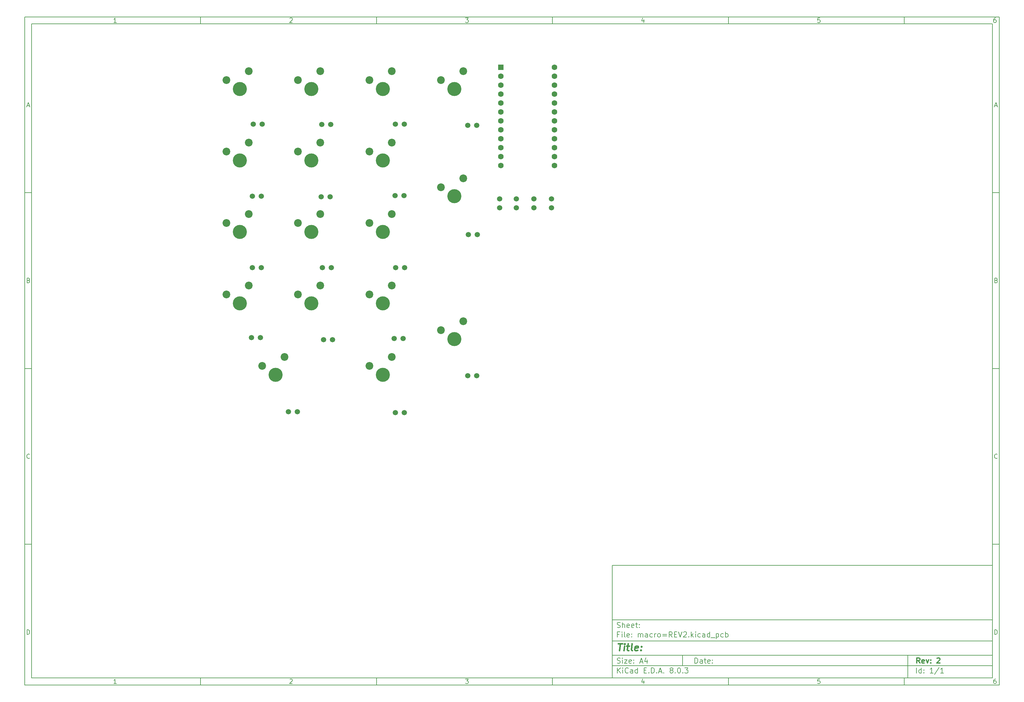
<source format=gbr>
%TF.GenerationSoftware,KiCad,Pcbnew,8.0.3*%
%TF.CreationDate,2024-06-18T21:33:20+02:00*%
%TF.ProjectId,macro=REV2,6d616372-6f3d-4524-9556-322e6b696361,2*%
%TF.SameCoordinates,Original*%
%TF.FileFunction,Soldermask,Top*%
%TF.FilePolarity,Negative*%
%FSLAX46Y46*%
G04 Gerber Fmt 4.6, Leading zero omitted, Abs format (unit mm)*
G04 Created by KiCad (PCBNEW 8.0.3) date 2024-06-18 21:33:20*
%MOMM*%
%LPD*%
G01*
G04 APERTURE LIST*
%ADD10C,0.100000*%
%ADD11C,0.150000*%
%ADD12C,0.300000*%
%ADD13C,0.400000*%
%ADD14C,1.500000*%
%ADD15C,2.200000*%
%ADD16C,4.000000*%
%ADD17C,1.600000*%
%ADD18R,1.600000X1.600000*%
G04 APERTURE END LIST*
D10*
D11*
X177002200Y-166007200D02*
X285002200Y-166007200D01*
X285002200Y-198007200D01*
X177002200Y-198007200D01*
X177002200Y-166007200D01*
D10*
D11*
X10000000Y-10000000D02*
X287002200Y-10000000D01*
X287002200Y-200007200D01*
X10000000Y-200007200D01*
X10000000Y-10000000D01*
D10*
D11*
X12000000Y-12000000D02*
X285002200Y-12000000D01*
X285002200Y-198007200D01*
X12000000Y-198007200D01*
X12000000Y-12000000D01*
D10*
D11*
X60000000Y-12000000D02*
X60000000Y-10000000D01*
D10*
D11*
X110000000Y-12000000D02*
X110000000Y-10000000D01*
D10*
D11*
X160000000Y-12000000D02*
X160000000Y-10000000D01*
D10*
D11*
X210000000Y-12000000D02*
X210000000Y-10000000D01*
D10*
D11*
X260000000Y-12000000D02*
X260000000Y-10000000D01*
D10*
D11*
X36089160Y-11593604D02*
X35346303Y-11593604D01*
X35717731Y-11593604D02*
X35717731Y-10293604D01*
X35717731Y-10293604D02*
X35593922Y-10479319D01*
X35593922Y-10479319D02*
X35470112Y-10603128D01*
X35470112Y-10603128D02*
X35346303Y-10665033D01*
D10*
D11*
X85346303Y-10417414D02*
X85408207Y-10355509D01*
X85408207Y-10355509D02*
X85532017Y-10293604D01*
X85532017Y-10293604D02*
X85841541Y-10293604D01*
X85841541Y-10293604D02*
X85965350Y-10355509D01*
X85965350Y-10355509D02*
X86027255Y-10417414D01*
X86027255Y-10417414D02*
X86089160Y-10541223D01*
X86089160Y-10541223D02*
X86089160Y-10665033D01*
X86089160Y-10665033D02*
X86027255Y-10850747D01*
X86027255Y-10850747D02*
X85284398Y-11593604D01*
X85284398Y-11593604D02*
X86089160Y-11593604D01*
D10*
D11*
X135284398Y-10293604D02*
X136089160Y-10293604D01*
X136089160Y-10293604D02*
X135655826Y-10788842D01*
X135655826Y-10788842D02*
X135841541Y-10788842D01*
X135841541Y-10788842D02*
X135965350Y-10850747D01*
X135965350Y-10850747D02*
X136027255Y-10912652D01*
X136027255Y-10912652D02*
X136089160Y-11036461D01*
X136089160Y-11036461D02*
X136089160Y-11345985D01*
X136089160Y-11345985D02*
X136027255Y-11469795D01*
X136027255Y-11469795D02*
X135965350Y-11531700D01*
X135965350Y-11531700D02*
X135841541Y-11593604D01*
X135841541Y-11593604D02*
X135470112Y-11593604D01*
X135470112Y-11593604D02*
X135346303Y-11531700D01*
X135346303Y-11531700D02*
X135284398Y-11469795D01*
D10*
D11*
X185965350Y-10726938D02*
X185965350Y-11593604D01*
X185655826Y-10231700D02*
X185346303Y-11160271D01*
X185346303Y-11160271D02*
X186151064Y-11160271D01*
D10*
D11*
X236027255Y-10293604D02*
X235408207Y-10293604D01*
X235408207Y-10293604D02*
X235346303Y-10912652D01*
X235346303Y-10912652D02*
X235408207Y-10850747D01*
X235408207Y-10850747D02*
X235532017Y-10788842D01*
X235532017Y-10788842D02*
X235841541Y-10788842D01*
X235841541Y-10788842D02*
X235965350Y-10850747D01*
X235965350Y-10850747D02*
X236027255Y-10912652D01*
X236027255Y-10912652D02*
X236089160Y-11036461D01*
X236089160Y-11036461D02*
X236089160Y-11345985D01*
X236089160Y-11345985D02*
X236027255Y-11469795D01*
X236027255Y-11469795D02*
X235965350Y-11531700D01*
X235965350Y-11531700D02*
X235841541Y-11593604D01*
X235841541Y-11593604D02*
X235532017Y-11593604D01*
X235532017Y-11593604D02*
X235408207Y-11531700D01*
X235408207Y-11531700D02*
X235346303Y-11469795D01*
D10*
D11*
X285965350Y-10293604D02*
X285717731Y-10293604D01*
X285717731Y-10293604D02*
X285593922Y-10355509D01*
X285593922Y-10355509D02*
X285532017Y-10417414D01*
X285532017Y-10417414D02*
X285408207Y-10603128D01*
X285408207Y-10603128D02*
X285346303Y-10850747D01*
X285346303Y-10850747D02*
X285346303Y-11345985D01*
X285346303Y-11345985D02*
X285408207Y-11469795D01*
X285408207Y-11469795D02*
X285470112Y-11531700D01*
X285470112Y-11531700D02*
X285593922Y-11593604D01*
X285593922Y-11593604D02*
X285841541Y-11593604D01*
X285841541Y-11593604D02*
X285965350Y-11531700D01*
X285965350Y-11531700D02*
X286027255Y-11469795D01*
X286027255Y-11469795D02*
X286089160Y-11345985D01*
X286089160Y-11345985D02*
X286089160Y-11036461D01*
X286089160Y-11036461D02*
X286027255Y-10912652D01*
X286027255Y-10912652D02*
X285965350Y-10850747D01*
X285965350Y-10850747D02*
X285841541Y-10788842D01*
X285841541Y-10788842D02*
X285593922Y-10788842D01*
X285593922Y-10788842D02*
X285470112Y-10850747D01*
X285470112Y-10850747D02*
X285408207Y-10912652D01*
X285408207Y-10912652D02*
X285346303Y-11036461D01*
D10*
D11*
X60000000Y-198007200D02*
X60000000Y-200007200D01*
D10*
D11*
X110000000Y-198007200D02*
X110000000Y-200007200D01*
D10*
D11*
X160000000Y-198007200D02*
X160000000Y-200007200D01*
D10*
D11*
X210000000Y-198007200D02*
X210000000Y-200007200D01*
D10*
D11*
X260000000Y-198007200D02*
X260000000Y-200007200D01*
D10*
D11*
X36089160Y-199600804D02*
X35346303Y-199600804D01*
X35717731Y-199600804D02*
X35717731Y-198300804D01*
X35717731Y-198300804D02*
X35593922Y-198486519D01*
X35593922Y-198486519D02*
X35470112Y-198610328D01*
X35470112Y-198610328D02*
X35346303Y-198672233D01*
D10*
D11*
X85346303Y-198424614D02*
X85408207Y-198362709D01*
X85408207Y-198362709D02*
X85532017Y-198300804D01*
X85532017Y-198300804D02*
X85841541Y-198300804D01*
X85841541Y-198300804D02*
X85965350Y-198362709D01*
X85965350Y-198362709D02*
X86027255Y-198424614D01*
X86027255Y-198424614D02*
X86089160Y-198548423D01*
X86089160Y-198548423D02*
X86089160Y-198672233D01*
X86089160Y-198672233D02*
X86027255Y-198857947D01*
X86027255Y-198857947D02*
X85284398Y-199600804D01*
X85284398Y-199600804D02*
X86089160Y-199600804D01*
D10*
D11*
X135284398Y-198300804D02*
X136089160Y-198300804D01*
X136089160Y-198300804D02*
X135655826Y-198796042D01*
X135655826Y-198796042D02*
X135841541Y-198796042D01*
X135841541Y-198796042D02*
X135965350Y-198857947D01*
X135965350Y-198857947D02*
X136027255Y-198919852D01*
X136027255Y-198919852D02*
X136089160Y-199043661D01*
X136089160Y-199043661D02*
X136089160Y-199353185D01*
X136089160Y-199353185D02*
X136027255Y-199476995D01*
X136027255Y-199476995D02*
X135965350Y-199538900D01*
X135965350Y-199538900D02*
X135841541Y-199600804D01*
X135841541Y-199600804D02*
X135470112Y-199600804D01*
X135470112Y-199600804D02*
X135346303Y-199538900D01*
X135346303Y-199538900D02*
X135284398Y-199476995D01*
D10*
D11*
X185965350Y-198734138D02*
X185965350Y-199600804D01*
X185655826Y-198238900D02*
X185346303Y-199167471D01*
X185346303Y-199167471D02*
X186151064Y-199167471D01*
D10*
D11*
X236027255Y-198300804D02*
X235408207Y-198300804D01*
X235408207Y-198300804D02*
X235346303Y-198919852D01*
X235346303Y-198919852D02*
X235408207Y-198857947D01*
X235408207Y-198857947D02*
X235532017Y-198796042D01*
X235532017Y-198796042D02*
X235841541Y-198796042D01*
X235841541Y-198796042D02*
X235965350Y-198857947D01*
X235965350Y-198857947D02*
X236027255Y-198919852D01*
X236027255Y-198919852D02*
X236089160Y-199043661D01*
X236089160Y-199043661D02*
X236089160Y-199353185D01*
X236089160Y-199353185D02*
X236027255Y-199476995D01*
X236027255Y-199476995D02*
X235965350Y-199538900D01*
X235965350Y-199538900D02*
X235841541Y-199600804D01*
X235841541Y-199600804D02*
X235532017Y-199600804D01*
X235532017Y-199600804D02*
X235408207Y-199538900D01*
X235408207Y-199538900D02*
X235346303Y-199476995D01*
D10*
D11*
X285965350Y-198300804D02*
X285717731Y-198300804D01*
X285717731Y-198300804D02*
X285593922Y-198362709D01*
X285593922Y-198362709D02*
X285532017Y-198424614D01*
X285532017Y-198424614D02*
X285408207Y-198610328D01*
X285408207Y-198610328D02*
X285346303Y-198857947D01*
X285346303Y-198857947D02*
X285346303Y-199353185D01*
X285346303Y-199353185D02*
X285408207Y-199476995D01*
X285408207Y-199476995D02*
X285470112Y-199538900D01*
X285470112Y-199538900D02*
X285593922Y-199600804D01*
X285593922Y-199600804D02*
X285841541Y-199600804D01*
X285841541Y-199600804D02*
X285965350Y-199538900D01*
X285965350Y-199538900D02*
X286027255Y-199476995D01*
X286027255Y-199476995D02*
X286089160Y-199353185D01*
X286089160Y-199353185D02*
X286089160Y-199043661D01*
X286089160Y-199043661D02*
X286027255Y-198919852D01*
X286027255Y-198919852D02*
X285965350Y-198857947D01*
X285965350Y-198857947D02*
X285841541Y-198796042D01*
X285841541Y-198796042D02*
X285593922Y-198796042D01*
X285593922Y-198796042D02*
X285470112Y-198857947D01*
X285470112Y-198857947D02*
X285408207Y-198919852D01*
X285408207Y-198919852D02*
X285346303Y-199043661D01*
D10*
D11*
X10000000Y-60000000D02*
X12000000Y-60000000D01*
D10*
D11*
X10000000Y-110000000D02*
X12000000Y-110000000D01*
D10*
D11*
X10000000Y-160000000D02*
X12000000Y-160000000D01*
D10*
D11*
X10690476Y-35222176D02*
X11309523Y-35222176D01*
X10566666Y-35593604D02*
X10999999Y-34293604D01*
X10999999Y-34293604D02*
X11433333Y-35593604D01*
D10*
D11*
X11092857Y-84912652D02*
X11278571Y-84974557D01*
X11278571Y-84974557D02*
X11340476Y-85036461D01*
X11340476Y-85036461D02*
X11402380Y-85160271D01*
X11402380Y-85160271D02*
X11402380Y-85345985D01*
X11402380Y-85345985D02*
X11340476Y-85469795D01*
X11340476Y-85469795D02*
X11278571Y-85531700D01*
X11278571Y-85531700D02*
X11154761Y-85593604D01*
X11154761Y-85593604D02*
X10659523Y-85593604D01*
X10659523Y-85593604D02*
X10659523Y-84293604D01*
X10659523Y-84293604D02*
X11092857Y-84293604D01*
X11092857Y-84293604D02*
X11216666Y-84355509D01*
X11216666Y-84355509D02*
X11278571Y-84417414D01*
X11278571Y-84417414D02*
X11340476Y-84541223D01*
X11340476Y-84541223D02*
X11340476Y-84665033D01*
X11340476Y-84665033D02*
X11278571Y-84788842D01*
X11278571Y-84788842D02*
X11216666Y-84850747D01*
X11216666Y-84850747D02*
X11092857Y-84912652D01*
X11092857Y-84912652D02*
X10659523Y-84912652D01*
D10*
D11*
X11402380Y-135469795D02*
X11340476Y-135531700D01*
X11340476Y-135531700D02*
X11154761Y-135593604D01*
X11154761Y-135593604D02*
X11030952Y-135593604D01*
X11030952Y-135593604D02*
X10845238Y-135531700D01*
X10845238Y-135531700D02*
X10721428Y-135407890D01*
X10721428Y-135407890D02*
X10659523Y-135284080D01*
X10659523Y-135284080D02*
X10597619Y-135036461D01*
X10597619Y-135036461D02*
X10597619Y-134850747D01*
X10597619Y-134850747D02*
X10659523Y-134603128D01*
X10659523Y-134603128D02*
X10721428Y-134479319D01*
X10721428Y-134479319D02*
X10845238Y-134355509D01*
X10845238Y-134355509D02*
X11030952Y-134293604D01*
X11030952Y-134293604D02*
X11154761Y-134293604D01*
X11154761Y-134293604D02*
X11340476Y-134355509D01*
X11340476Y-134355509D02*
X11402380Y-134417414D01*
D10*
D11*
X10659523Y-185593604D02*
X10659523Y-184293604D01*
X10659523Y-184293604D02*
X10969047Y-184293604D01*
X10969047Y-184293604D02*
X11154761Y-184355509D01*
X11154761Y-184355509D02*
X11278571Y-184479319D01*
X11278571Y-184479319D02*
X11340476Y-184603128D01*
X11340476Y-184603128D02*
X11402380Y-184850747D01*
X11402380Y-184850747D02*
X11402380Y-185036461D01*
X11402380Y-185036461D02*
X11340476Y-185284080D01*
X11340476Y-185284080D02*
X11278571Y-185407890D01*
X11278571Y-185407890D02*
X11154761Y-185531700D01*
X11154761Y-185531700D02*
X10969047Y-185593604D01*
X10969047Y-185593604D02*
X10659523Y-185593604D01*
D10*
D11*
X287002200Y-60000000D02*
X285002200Y-60000000D01*
D10*
D11*
X287002200Y-110000000D02*
X285002200Y-110000000D01*
D10*
D11*
X287002200Y-160000000D02*
X285002200Y-160000000D01*
D10*
D11*
X285692676Y-35222176D02*
X286311723Y-35222176D01*
X285568866Y-35593604D02*
X286002199Y-34293604D01*
X286002199Y-34293604D02*
X286435533Y-35593604D01*
D10*
D11*
X286095057Y-84912652D02*
X286280771Y-84974557D01*
X286280771Y-84974557D02*
X286342676Y-85036461D01*
X286342676Y-85036461D02*
X286404580Y-85160271D01*
X286404580Y-85160271D02*
X286404580Y-85345985D01*
X286404580Y-85345985D02*
X286342676Y-85469795D01*
X286342676Y-85469795D02*
X286280771Y-85531700D01*
X286280771Y-85531700D02*
X286156961Y-85593604D01*
X286156961Y-85593604D02*
X285661723Y-85593604D01*
X285661723Y-85593604D02*
X285661723Y-84293604D01*
X285661723Y-84293604D02*
X286095057Y-84293604D01*
X286095057Y-84293604D02*
X286218866Y-84355509D01*
X286218866Y-84355509D02*
X286280771Y-84417414D01*
X286280771Y-84417414D02*
X286342676Y-84541223D01*
X286342676Y-84541223D02*
X286342676Y-84665033D01*
X286342676Y-84665033D02*
X286280771Y-84788842D01*
X286280771Y-84788842D02*
X286218866Y-84850747D01*
X286218866Y-84850747D02*
X286095057Y-84912652D01*
X286095057Y-84912652D02*
X285661723Y-84912652D01*
D10*
D11*
X286404580Y-135469795D02*
X286342676Y-135531700D01*
X286342676Y-135531700D02*
X286156961Y-135593604D01*
X286156961Y-135593604D02*
X286033152Y-135593604D01*
X286033152Y-135593604D02*
X285847438Y-135531700D01*
X285847438Y-135531700D02*
X285723628Y-135407890D01*
X285723628Y-135407890D02*
X285661723Y-135284080D01*
X285661723Y-135284080D02*
X285599819Y-135036461D01*
X285599819Y-135036461D02*
X285599819Y-134850747D01*
X285599819Y-134850747D02*
X285661723Y-134603128D01*
X285661723Y-134603128D02*
X285723628Y-134479319D01*
X285723628Y-134479319D02*
X285847438Y-134355509D01*
X285847438Y-134355509D02*
X286033152Y-134293604D01*
X286033152Y-134293604D02*
X286156961Y-134293604D01*
X286156961Y-134293604D02*
X286342676Y-134355509D01*
X286342676Y-134355509D02*
X286404580Y-134417414D01*
D10*
D11*
X285661723Y-185593604D02*
X285661723Y-184293604D01*
X285661723Y-184293604D02*
X285971247Y-184293604D01*
X285971247Y-184293604D02*
X286156961Y-184355509D01*
X286156961Y-184355509D02*
X286280771Y-184479319D01*
X286280771Y-184479319D02*
X286342676Y-184603128D01*
X286342676Y-184603128D02*
X286404580Y-184850747D01*
X286404580Y-184850747D02*
X286404580Y-185036461D01*
X286404580Y-185036461D02*
X286342676Y-185284080D01*
X286342676Y-185284080D02*
X286280771Y-185407890D01*
X286280771Y-185407890D02*
X286156961Y-185531700D01*
X286156961Y-185531700D02*
X285971247Y-185593604D01*
X285971247Y-185593604D02*
X285661723Y-185593604D01*
D10*
D11*
X200458026Y-193793328D02*
X200458026Y-192293328D01*
X200458026Y-192293328D02*
X200815169Y-192293328D01*
X200815169Y-192293328D02*
X201029455Y-192364757D01*
X201029455Y-192364757D02*
X201172312Y-192507614D01*
X201172312Y-192507614D02*
X201243741Y-192650471D01*
X201243741Y-192650471D02*
X201315169Y-192936185D01*
X201315169Y-192936185D02*
X201315169Y-193150471D01*
X201315169Y-193150471D02*
X201243741Y-193436185D01*
X201243741Y-193436185D02*
X201172312Y-193579042D01*
X201172312Y-193579042D02*
X201029455Y-193721900D01*
X201029455Y-193721900D02*
X200815169Y-193793328D01*
X200815169Y-193793328D02*
X200458026Y-193793328D01*
X202600884Y-193793328D02*
X202600884Y-193007614D01*
X202600884Y-193007614D02*
X202529455Y-192864757D01*
X202529455Y-192864757D02*
X202386598Y-192793328D01*
X202386598Y-192793328D02*
X202100884Y-192793328D01*
X202100884Y-192793328D02*
X201958026Y-192864757D01*
X202600884Y-193721900D02*
X202458026Y-193793328D01*
X202458026Y-193793328D02*
X202100884Y-193793328D01*
X202100884Y-193793328D02*
X201958026Y-193721900D01*
X201958026Y-193721900D02*
X201886598Y-193579042D01*
X201886598Y-193579042D02*
X201886598Y-193436185D01*
X201886598Y-193436185D02*
X201958026Y-193293328D01*
X201958026Y-193293328D02*
X202100884Y-193221900D01*
X202100884Y-193221900D02*
X202458026Y-193221900D01*
X202458026Y-193221900D02*
X202600884Y-193150471D01*
X203100884Y-192793328D02*
X203672312Y-192793328D01*
X203315169Y-192293328D02*
X203315169Y-193579042D01*
X203315169Y-193579042D02*
X203386598Y-193721900D01*
X203386598Y-193721900D02*
X203529455Y-193793328D01*
X203529455Y-193793328D02*
X203672312Y-193793328D01*
X204743741Y-193721900D02*
X204600884Y-193793328D01*
X204600884Y-193793328D02*
X204315170Y-193793328D01*
X204315170Y-193793328D02*
X204172312Y-193721900D01*
X204172312Y-193721900D02*
X204100884Y-193579042D01*
X204100884Y-193579042D02*
X204100884Y-193007614D01*
X204100884Y-193007614D02*
X204172312Y-192864757D01*
X204172312Y-192864757D02*
X204315170Y-192793328D01*
X204315170Y-192793328D02*
X204600884Y-192793328D01*
X204600884Y-192793328D02*
X204743741Y-192864757D01*
X204743741Y-192864757D02*
X204815170Y-193007614D01*
X204815170Y-193007614D02*
X204815170Y-193150471D01*
X204815170Y-193150471D02*
X204100884Y-193293328D01*
X205458026Y-193650471D02*
X205529455Y-193721900D01*
X205529455Y-193721900D02*
X205458026Y-193793328D01*
X205458026Y-193793328D02*
X205386598Y-193721900D01*
X205386598Y-193721900D02*
X205458026Y-193650471D01*
X205458026Y-193650471D02*
X205458026Y-193793328D01*
X205458026Y-192864757D02*
X205529455Y-192936185D01*
X205529455Y-192936185D02*
X205458026Y-193007614D01*
X205458026Y-193007614D02*
X205386598Y-192936185D01*
X205386598Y-192936185D02*
X205458026Y-192864757D01*
X205458026Y-192864757D02*
X205458026Y-193007614D01*
D10*
D11*
X177002200Y-194507200D02*
X285002200Y-194507200D01*
D10*
D11*
X178458026Y-196593328D02*
X178458026Y-195093328D01*
X179315169Y-196593328D02*
X178672312Y-195736185D01*
X179315169Y-195093328D02*
X178458026Y-195950471D01*
X179958026Y-196593328D02*
X179958026Y-195593328D01*
X179958026Y-195093328D02*
X179886598Y-195164757D01*
X179886598Y-195164757D02*
X179958026Y-195236185D01*
X179958026Y-195236185D02*
X180029455Y-195164757D01*
X180029455Y-195164757D02*
X179958026Y-195093328D01*
X179958026Y-195093328D02*
X179958026Y-195236185D01*
X181529455Y-196450471D02*
X181458027Y-196521900D01*
X181458027Y-196521900D02*
X181243741Y-196593328D01*
X181243741Y-196593328D02*
X181100884Y-196593328D01*
X181100884Y-196593328D02*
X180886598Y-196521900D01*
X180886598Y-196521900D02*
X180743741Y-196379042D01*
X180743741Y-196379042D02*
X180672312Y-196236185D01*
X180672312Y-196236185D02*
X180600884Y-195950471D01*
X180600884Y-195950471D02*
X180600884Y-195736185D01*
X180600884Y-195736185D02*
X180672312Y-195450471D01*
X180672312Y-195450471D02*
X180743741Y-195307614D01*
X180743741Y-195307614D02*
X180886598Y-195164757D01*
X180886598Y-195164757D02*
X181100884Y-195093328D01*
X181100884Y-195093328D02*
X181243741Y-195093328D01*
X181243741Y-195093328D02*
X181458027Y-195164757D01*
X181458027Y-195164757D02*
X181529455Y-195236185D01*
X182815170Y-196593328D02*
X182815170Y-195807614D01*
X182815170Y-195807614D02*
X182743741Y-195664757D01*
X182743741Y-195664757D02*
X182600884Y-195593328D01*
X182600884Y-195593328D02*
X182315170Y-195593328D01*
X182315170Y-195593328D02*
X182172312Y-195664757D01*
X182815170Y-196521900D02*
X182672312Y-196593328D01*
X182672312Y-196593328D02*
X182315170Y-196593328D01*
X182315170Y-196593328D02*
X182172312Y-196521900D01*
X182172312Y-196521900D02*
X182100884Y-196379042D01*
X182100884Y-196379042D02*
X182100884Y-196236185D01*
X182100884Y-196236185D02*
X182172312Y-196093328D01*
X182172312Y-196093328D02*
X182315170Y-196021900D01*
X182315170Y-196021900D02*
X182672312Y-196021900D01*
X182672312Y-196021900D02*
X182815170Y-195950471D01*
X184172313Y-196593328D02*
X184172313Y-195093328D01*
X184172313Y-196521900D02*
X184029455Y-196593328D01*
X184029455Y-196593328D02*
X183743741Y-196593328D01*
X183743741Y-196593328D02*
X183600884Y-196521900D01*
X183600884Y-196521900D02*
X183529455Y-196450471D01*
X183529455Y-196450471D02*
X183458027Y-196307614D01*
X183458027Y-196307614D02*
X183458027Y-195879042D01*
X183458027Y-195879042D02*
X183529455Y-195736185D01*
X183529455Y-195736185D02*
X183600884Y-195664757D01*
X183600884Y-195664757D02*
X183743741Y-195593328D01*
X183743741Y-195593328D02*
X184029455Y-195593328D01*
X184029455Y-195593328D02*
X184172313Y-195664757D01*
X186029455Y-195807614D02*
X186529455Y-195807614D01*
X186743741Y-196593328D02*
X186029455Y-196593328D01*
X186029455Y-196593328D02*
X186029455Y-195093328D01*
X186029455Y-195093328D02*
X186743741Y-195093328D01*
X187386598Y-196450471D02*
X187458027Y-196521900D01*
X187458027Y-196521900D02*
X187386598Y-196593328D01*
X187386598Y-196593328D02*
X187315170Y-196521900D01*
X187315170Y-196521900D02*
X187386598Y-196450471D01*
X187386598Y-196450471D02*
X187386598Y-196593328D01*
X188100884Y-196593328D02*
X188100884Y-195093328D01*
X188100884Y-195093328D02*
X188458027Y-195093328D01*
X188458027Y-195093328D02*
X188672313Y-195164757D01*
X188672313Y-195164757D02*
X188815170Y-195307614D01*
X188815170Y-195307614D02*
X188886599Y-195450471D01*
X188886599Y-195450471D02*
X188958027Y-195736185D01*
X188958027Y-195736185D02*
X188958027Y-195950471D01*
X188958027Y-195950471D02*
X188886599Y-196236185D01*
X188886599Y-196236185D02*
X188815170Y-196379042D01*
X188815170Y-196379042D02*
X188672313Y-196521900D01*
X188672313Y-196521900D02*
X188458027Y-196593328D01*
X188458027Y-196593328D02*
X188100884Y-196593328D01*
X189600884Y-196450471D02*
X189672313Y-196521900D01*
X189672313Y-196521900D02*
X189600884Y-196593328D01*
X189600884Y-196593328D02*
X189529456Y-196521900D01*
X189529456Y-196521900D02*
X189600884Y-196450471D01*
X189600884Y-196450471D02*
X189600884Y-196593328D01*
X190243742Y-196164757D02*
X190958028Y-196164757D01*
X190100885Y-196593328D02*
X190600885Y-195093328D01*
X190600885Y-195093328D02*
X191100885Y-196593328D01*
X191600884Y-196450471D02*
X191672313Y-196521900D01*
X191672313Y-196521900D02*
X191600884Y-196593328D01*
X191600884Y-196593328D02*
X191529456Y-196521900D01*
X191529456Y-196521900D02*
X191600884Y-196450471D01*
X191600884Y-196450471D02*
X191600884Y-196593328D01*
X193672313Y-195736185D02*
X193529456Y-195664757D01*
X193529456Y-195664757D02*
X193458027Y-195593328D01*
X193458027Y-195593328D02*
X193386599Y-195450471D01*
X193386599Y-195450471D02*
X193386599Y-195379042D01*
X193386599Y-195379042D02*
X193458027Y-195236185D01*
X193458027Y-195236185D02*
X193529456Y-195164757D01*
X193529456Y-195164757D02*
X193672313Y-195093328D01*
X193672313Y-195093328D02*
X193958027Y-195093328D01*
X193958027Y-195093328D02*
X194100885Y-195164757D01*
X194100885Y-195164757D02*
X194172313Y-195236185D01*
X194172313Y-195236185D02*
X194243742Y-195379042D01*
X194243742Y-195379042D02*
X194243742Y-195450471D01*
X194243742Y-195450471D02*
X194172313Y-195593328D01*
X194172313Y-195593328D02*
X194100885Y-195664757D01*
X194100885Y-195664757D02*
X193958027Y-195736185D01*
X193958027Y-195736185D02*
X193672313Y-195736185D01*
X193672313Y-195736185D02*
X193529456Y-195807614D01*
X193529456Y-195807614D02*
X193458027Y-195879042D01*
X193458027Y-195879042D02*
X193386599Y-196021900D01*
X193386599Y-196021900D02*
X193386599Y-196307614D01*
X193386599Y-196307614D02*
X193458027Y-196450471D01*
X193458027Y-196450471D02*
X193529456Y-196521900D01*
X193529456Y-196521900D02*
X193672313Y-196593328D01*
X193672313Y-196593328D02*
X193958027Y-196593328D01*
X193958027Y-196593328D02*
X194100885Y-196521900D01*
X194100885Y-196521900D02*
X194172313Y-196450471D01*
X194172313Y-196450471D02*
X194243742Y-196307614D01*
X194243742Y-196307614D02*
X194243742Y-196021900D01*
X194243742Y-196021900D02*
X194172313Y-195879042D01*
X194172313Y-195879042D02*
X194100885Y-195807614D01*
X194100885Y-195807614D02*
X193958027Y-195736185D01*
X194886598Y-196450471D02*
X194958027Y-196521900D01*
X194958027Y-196521900D02*
X194886598Y-196593328D01*
X194886598Y-196593328D02*
X194815170Y-196521900D01*
X194815170Y-196521900D02*
X194886598Y-196450471D01*
X194886598Y-196450471D02*
X194886598Y-196593328D01*
X195886599Y-195093328D02*
X196029456Y-195093328D01*
X196029456Y-195093328D02*
X196172313Y-195164757D01*
X196172313Y-195164757D02*
X196243742Y-195236185D01*
X196243742Y-195236185D02*
X196315170Y-195379042D01*
X196315170Y-195379042D02*
X196386599Y-195664757D01*
X196386599Y-195664757D02*
X196386599Y-196021900D01*
X196386599Y-196021900D02*
X196315170Y-196307614D01*
X196315170Y-196307614D02*
X196243742Y-196450471D01*
X196243742Y-196450471D02*
X196172313Y-196521900D01*
X196172313Y-196521900D02*
X196029456Y-196593328D01*
X196029456Y-196593328D02*
X195886599Y-196593328D01*
X195886599Y-196593328D02*
X195743742Y-196521900D01*
X195743742Y-196521900D02*
X195672313Y-196450471D01*
X195672313Y-196450471D02*
X195600884Y-196307614D01*
X195600884Y-196307614D02*
X195529456Y-196021900D01*
X195529456Y-196021900D02*
X195529456Y-195664757D01*
X195529456Y-195664757D02*
X195600884Y-195379042D01*
X195600884Y-195379042D02*
X195672313Y-195236185D01*
X195672313Y-195236185D02*
X195743742Y-195164757D01*
X195743742Y-195164757D02*
X195886599Y-195093328D01*
X197029455Y-196450471D02*
X197100884Y-196521900D01*
X197100884Y-196521900D02*
X197029455Y-196593328D01*
X197029455Y-196593328D02*
X196958027Y-196521900D01*
X196958027Y-196521900D02*
X197029455Y-196450471D01*
X197029455Y-196450471D02*
X197029455Y-196593328D01*
X197600884Y-195093328D02*
X198529456Y-195093328D01*
X198529456Y-195093328D02*
X198029456Y-195664757D01*
X198029456Y-195664757D02*
X198243741Y-195664757D01*
X198243741Y-195664757D02*
X198386599Y-195736185D01*
X198386599Y-195736185D02*
X198458027Y-195807614D01*
X198458027Y-195807614D02*
X198529456Y-195950471D01*
X198529456Y-195950471D02*
X198529456Y-196307614D01*
X198529456Y-196307614D02*
X198458027Y-196450471D01*
X198458027Y-196450471D02*
X198386599Y-196521900D01*
X198386599Y-196521900D02*
X198243741Y-196593328D01*
X198243741Y-196593328D02*
X197815170Y-196593328D01*
X197815170Y-196593328D02*
X197672313Y-196521900D01*
X197672313Y-196521900D02*
X197600884Y-196450471D01*
D10*
D11*
X177002200Y-191507200D02*
X285002200Y-191507200D01*
D10*
D12*
X264413853Y-193785528D02*
X263913853Y-193071242D01*
X263556710Y-193785528D02*
X263556710Y-192285528D01*
X263556710Y-192285528D02*
X264128139Y-192285528D01*
X264128139Y-192285528D02*
X264270996Y-192356957D01*
X264270996Y-192356957D02*
X264342425Y-192428385D01*
X264342425Y-192428385D02*
X264413853Y-192571242D01*
X264413853Y-192571242D02*
X264413853Y-192785528D01*
X264413853Y-192785528D02*
X264342425Y-192928385D01*
X264342425Y-192928385D02*
X264270996Y-192999814D01*
X264270996Y-192999814D02*
X264128139Y-193071242D01*
X264128139Y-193071242D02*
X263556710Y-193071242D01*
X265628139Y-193714100D02*
X265485282Y-193785528D01*
X265485282Y-193785528D02*
X265199568Y-193785528D01*
X265199568Y-193785528D02*
X265056710Y-193714100D01*
X265056710Y-193714100D02*
X264985282Y-193571242D01*
X264985282Y-193571242D02*
X264985282Y-192999814D01*
X264985282Y-192999814D02*
X265056710Y-192856957D01*
X265056710Y-192856957D02*
X265199568Y-192785528D01*
X265199568Y-192785528D02*
X265485282Y-192785528D01*
X265485282Y-192785528D02*
X265628139Y-192856957D01*
X265628139Y-192856957D02*
X265699568Y-192999814D01*
X265699568Y-192999814D02*
X265699568Y-193142671D01*
X265699568Y-193142671D02*
X264985282Y-193285528D01*
X266199567Y-192785528D02*
X266556710Y-193785528D01*
X266556710Y-193785528D02*
X266913853Y-192785528D01*
X267485281Y-193642671D02*
X267556710Y-193714100D01*
X267556710Y-193714100D02*
X267485281Y-193785528D01*
X267485281Y-193785528D02*
X267413853Y-193714100D01*
X267413853Y-193714100D02*
X267485281Y-193642671D01*
X267485281Y-193642671D02*
X267485281Y-193785528D01*
X267485281Y-192856957D02*
X267556710Y-192928385D01*
X267556710Y-192928385D02*
X267485281Y-192999814D01*
X267485281Y-192999814D02*
X267413853Y-192928385D01*
X267413853Y-192928385D02*
X267485281Y-192856957D01*
X267485281Y-192856957D02*
X267485281Y-192999814D01*
X269270996Y-192428385D02*
X269342424Y-192356957D01*
X269342424Y-192356957D02*
X269485282Y-192285528D01*
X269485282Y-192285528D02*
X269842424Y-192285528D01*
X269842424Y-192285528D02*
X269985282Y-192356957D01*
X269985282Y-192356957D02*
X270056710Y-192428385D01*
X270056710Y-192428385D02*
X270128139Y-192571242D01*
X270128139Y-192571242D02*
X270128139Y-192714100D01*
X270128139Y-192714100D02*
X270056710Y-192928385D01*
X270056710Y-192928385D02*
X269199567Y-193785528D01*
X269199567Y-193785528D02*
X270128139Y-193785528D01*
D10*
D11*
X178386598Y-193721900D02*
X178600884Y-193793328D01*
X178600884Y-193793328D02*
X178958026Y-193793328D01*
X178958026Y-193793328D02*
X179100884Y-193721900D01*
X179100884Y-193721900D02*
X179172312Y-193650471D01*
X179172312Y-193650471D02*
X179243741Y-193507614D01*
X179243741Y-193507614D02*
X179243741Y-193364757D01*
X179243741Y-193364757D02*
X179172312Y-193221900D01*
X179172312Y-193221900D02*
X179100884Y-193150471D01*
X179100884Y-193150471D02*
X178958026Y-193079042D01*
X178958026Y-193079042D02*
X178672312Y-193007614D01*
X178672312Y-193007614D02*
X178529455Y-192936185D01*
X178529455Y-192936185D02*
X178458026Y-192864757D01*
X178458026Y-192864757D02*
X178386598Y-192721900D01*
X178386598Y-192721900D02*
X178386598Y-192579042D01*
X178386598Y-192579042D02*
X178458026Y-192436185D01*
X178458026Y-192436185D02*
X178529455Y-192364757D01*
X178529455Y-192364757D02*
X178672312Y-192293328D01*
X178672312Y-192293328D02*
X179029455Y-192293328D01*
X179029455Y-192293328D02*
X179243741Y-192364757D01*
X179886597Y-193793328D02*
X179886597Y-192793328D01*
X179886597Y-192293328D02*
X179815169Y-192364757D01*
X179815169Y-192364757D02*
X179886597Y-192436185D01*
X179886597Y-192436185D02*
X179958026Y-192364757D01*
X179958026Y-192364757D02*
X179886597Y-192293328D01*
X179886597Y-192293328D02*
X179886597Y-192436185D01*
X180458026Y-192793328D02*
X181243741Y-192793328D01*
X181243741Y-192793328D02*
X180458026Y-193793328D01*
X180458026Y-193793328D02*
X181243741Y-193793328D01*
X182386598Y-193721900D02*
X182243741Y-193793328D01*
X182243741Y-193793328D02*
X181958027Y-193793328D01*
X181958027Y-193793328D02*
X181815169Y-193721900D01*
X181815169Y-193721900D02*
X181743741Y-193579042D01*
X181743741Y-193579042D02*
X181743741Y-193007614D01*
X181743741Y-193007614D02*
X181815169Y-192864757D01*
X181815169Y-192864757D02*
X181958027Y-192793328D01*
X181958027Y-192793328D02*
X182243741Y-192793328D01*
X182243741Y-192793328D02*
X182386598Y-192864757D01*
X182386598Y-192864757D02*
X182458027Y-193007614D01*
X182458027Y-193007614D02*
X182458027Y-193150471D01*
X182458027Y-193150471D02*
X181743741Y-193293328D01*
X183100883Y-193650471D02*
X183172312Y-193721900D01*
X183172312Y-193721900D02*
X183100883Y-193793328D01*
X183100883Y-193793328D02*
X183029455Y-193721900D01*
X183029455Y-193721900D02*
X183100883Y-193650471D01*
X183100883Y-193650471D02*
X183100883Y-193793328D01*
X183100883Y-192864757D02*
X183172312Y-192936185D01*
X183172312Y-192936185D02*
X183100883Y-193007614D01*
X183100883Y-193007614D02*
X183029455Y-192936185D01*
X183029455Y-192936185D02*
X183100883Y-192864757D01*
X183100883Y-192864757D02*
X183100883Y-193007614D01*
X184886598Y-193364757D02*
X185600884Y-193364757D01*
X184743741Y-193793328D02*
X185243741Y-192293328D01*
X185243741Y-192293328D02*
X185743741Y-193793328D01*
X186886598Y-192793328D02*
X186886598Y-193793328D01*
X186529455Y-192221900D02*
X186172312Y-193293328D01*
X186172312Y-193293328D02*
X187100883Y-193293328D01*
D10*
D11*
X263458026Y-196593328D02*
X263458026Y-195093328D01*
X264815170Y-196593328D02*
X264815170Y-195093328D01*
X264815170Y-196521900D02*
X264672312Y-196593328D01*
X264672312Y-196593328D02*
X264386598Y-196593328D01*
X264386598Y-196593328D02*
X264243741Y-196521900D01*
X264243741Y-196521900D02*
X264172312Y-196450471D01*
X264172312Y-196450471D02*
X264100884Y-196307614D01*
X264100884Y-196307614D02*
X264100884Y-195879042D01*
X264100884Y-195879042D02*
X264172312Y-195736185D01*
X264172312Y-195736185D02*
X264243741Y-195664757D01*
X264243741Y-195664757D02*
X264386598Y-195593328D01*
X264386598Y-195593328D02*
X264672312Y-195593328D01*
X264672312Y-195593328D02*
X264815170Y-195664757D01*
X265529455Y-196450471D02*
X265600884Y-196521900D01*
X265600884Y-196521900D02*
X265529455Y-196593328D01*
X265529455Y-196593328D02*
X265458027Y-196521900D01*
X265458027Y-196521900D02*
X265529455Y-196450471D01*
X265529455Y-196450471D02*
X265529455Y-196593328D01*
X265529455Y-195664757D02*
X265600884Y-195736185D01*
X265600884Y-195736185D02*
X265529455Y-195807614D01*
X265529455Y-195807614D02*
X265458027Y-195736185D01*
X265458027Y-195736185D02*
X265529455Y-195664757D01*
X265529455Y-195664757D02*
X265529455Y-195807614D01*
X268172313Y-196593328D02*
X267315170Y-196593328D01*
X267743741Y-196593328D02*
X267743741Y-195093328D01*
X267743741Y-195093328D02*
X267600884Y-195307614D01*
X267600884Y-195307614D02*
X267458027Y-195450471D01*
X267458027Y-195450471D02*
X267315170Y-195521900D01*
X269886598Y-195021900D02*
X268600884Y-196950471D01*
X271172313Y-196593328D02*
X270315170Y-196593328D01*
X270743741Y-196593328D02*
X270743741Y-195093328D01*
X270743741Y-195093328D02*
X270600884Y-195307614D01*
X270600884Y-195307614D02*
X270458027Y-195450471D01*
X270458027Y-195450471D02*
X270315170Y-195521900D01*
D10*
D11*
X177002200Y-187507200D02*
X285002200Y-187507200D01*
D10*
D13*
X178693928Y-188211638D02*
X179836785Y-188211638D01*
X179015357Y-190211638D02*
X179265357Y-188211638D01*
X180253452Y-190211638D02*
X180420119Y-188878304D01*
X180503452Y-188211638D02*
X180396309Y-188306876D01*
X180396309Y-188306876D02*
X180479643Y-188402114D01*
X180479643Y-188402114D02*
X180586786Y-188306876D01*
X180586786Y-188306876D02*
X180503452Y-188211638D01*
X180503452Y-188211638D02*
X180479643Y-188402114D01*
X181086786Y-188878304D02*
X181848690Y-188878304D01*
X181455833Y-188211638D02*
X181241548Y-189925923D01*
X181241548Y-189925923D02*
X181312976Y-190116400D01*
X181312976Y-190116400D02*
X181491548Y-190211638D01*
X181491548Y-190211638D02*
X181682024Y-190211638D01*
X182634405Y-190211638D02*
X182455833Y-190116400D01*
X182455833Y-190116400D02*
X182384405Y-189925923D01*
X182384405Y-189925923D02*
X182598690Y-188211638D01*
X184170119Y-190116400D02*
X183967738Y-190211638D01*
X183967738Y-190211638D02*
X183586785Y-190211638D01*
X183586785Y-190211638D02*
X183408214Y-190116400D01*
X183408214Y-190116400D02*
X183336785Y-189925923D01*
X183336785Y-189925923D02*
X183432024Y-189164019D01*
X183432024Y-189164019D02*
X183551071Y-188973542D01*
X183551071Y-188973542D02*
X183753452Y-188878304D01*
X183753452Y-188878304D02*
X184134404Y-188878304D01*
X184134404Y-188878304D02*
X184312976Y-188973542D01*
X184312976Y-188973542D02*
X184384404Y-189164019D01*
X184384404Y-189164019D02*
X184360595Y-189354495D01*
X184360595Y-189354495D02*
X183384404Y-189544971D01*
X185134405Y-190021161D02*
X185217738Y-190116400D01*
X185217738Y-190116400D02*
X185110595Y-190211638D01*
X185110595Y-190211638D02*
X185027262Y-190116400D01*
X185027262Y-190116400D02*
X185134405Y-190021161D01*
X185134405Y-190021161D02*
X185110595Y-190211638D01*
X185265357Y-188973542D02*
X185348690Y-189068780D01*
X185348690Y-189068780D02*
X185241548Y-189164019D01*
X185241548Y-189164019D02*
X185158214Y-189068780D01*
X185158214Y-189068780D02*
X185265357Y-188973542D01*
X185265357Y-188973542D02*
X185241548Y-189164019D01*
D10*
D11*
X178958026Y-185607614D02*
X178458026Y-185607614D01*
X178458026Y-186393328D02*
X178458026Y-184893328D01*
X178458026Y-184893328D02*
X179172312Y-184893328D01*
X179743740Y-186393328D02*
X179743740Y-185393328D01*
X179743740Y-184893328D02*
X179672312Y-184964757D01*
X179672312Y-184964757D02*
X179743740Y-185036185D01*
X179743740Y-185036185D02*
X179815169Y-184964757D01*
X179815169Y-184964757D02*
X179743740Y-184893328D01*
X179743740Y-184893328D02*
X179743740Y-185036185D01*
X180672312Y-186393328D02*
X180529455Y-186321900D01*
X180529455Y-186321900D02*
X180458026Y-186179042D01*
X180458026Y-186179042D02*
X180458026Y-184893328D01*
X181815169Y-186321900D02*
X181672312Y-186393328D01*
X181672312Y-186393328D02*
X181386598Y-186393328D01*
X181386598Y-186393328D02*
X181243740Y-186321900D01*
X181243740Y-186321900D02*
X181172312Y-186179042D01*
X181172312Y-186179042D02*
X181172312Y-185607614D01*
X181172312Y-185607614D02*
X181243740Y-185464757D01*
X181243740Y-185464757D02*
X181386598Y-185393328D01*
X181386598Y-185393328D02*
X181672312Y-185393328D01*
X181672312Y-185393328D02*
X181815169Y-185464757D01*
X181815169Y-185464757D02*
X181886598Y-185607614D01*
X181886598Y-185607614D02*
X181886598Y-185750471D01*
X181886598Y-185750471D02*
X181172312Y-185893328D01*
X182529454Y-186250471D02*
X182600883Y-186321900D01*
X182600883Y-186321900D02*
X182529454Y-186393328D01*
X182529454Y-186393328D02*
X182458026Y-186321900D01*
X182458026Y-186321900D02*
X182529454Y-186250471D01*
X182529454Y-186250471D02*
X182529454Y-186393328D01*
X182529454Y-185464757D02*
X182600883Y-185536185D01*
X182600883Y-185536185D02*
X182529454Y-185607614D01*
X182529454Y-185607614D02*
X182458026Y-185536185D01*
X182458026Y-185536185D02*
X182529454Y-185464757D01*
X182529454Y-185464757D02*
X182529454Y-185607614D01*
X184386597Y-186393328D02*
X184386597Y-185393328D01*
X184386597Y-185536185D02*
X184458026Y-185464757D01*
X184458026Y-185464757D02*
X184600883Y-185393328D01*
X184600883Y-185393328D02*
X184815169Y-185393328D01*
X184815169Y-185393328D02*
X184958026Y-185464757D01*
X184958026Y-185464757D02*
X185029455Y-185607614D01*
X185029455Y-185607614D02*
X185029455Y-186393328D01*
X185029455Y-185607614D02*
X185100883Y-185464757D01*
X185100883Y-185464757D02*
X185243740Y-185393328D01*
X185243740Y-185393328D02*
X185458026Y-185393328D01*
X185458026Y-185393328D02*
X185600883Y-185464757D01*
X185600883Y-185464757D02*
X185672312Y-185607614D01*
X185672312Y-185607614D02*
X185672312Y-186393328D01*
X187029455Y-186393328D02*
X187029455Y-185607614D01*
X187029455Y-185607614D02*
X186958026Y-185464757D01*
X186958026Y-185464757D02*
X186815169Y-185393328D01*
X186815169Y-185393328D02*
X186529455Y-185393328D01*
X186529455Y-185393328D02*
X186386597Y-185464757D01*
X187029455Y-186321900D02*
X186886597Y-186393328D01*
X186886597Y-186393328D02*
X186529455Y-186393328D01*
X186529455Y-186393328D02*
X186386597Y-186321900D01*
X186386597Y-186321900D02*
X186315169Y-186179042D01*
X186315169Y-186179042D02*
X186315169Y-186036185D01*
X186315169Y-186036185D02*
X186386597Y-185893328D01*
X186386597Y-185893328D02*
X186529455Y-185821900D01*
X186529455Y-185821900D02*
X186886597Y-185821900D01*
X186886597Y-185821900D02*
X187029455Y-185750471D01*
X188386598Y-186321900D02*
X188243740Y-186393328D01*
X188243740Y-186393328D02*
X187958026Y-186393328D01*
X187958026Y-186393328D02*
X187815169Y-186321900D01*
X187815169Y-186321900D02*
X187743740Y-186250471D01*
X187743740Y-186250471D02*
X187672312Y-186107614D01*
X187672312Y-186107614D02*
X187672312Y-185679042D01*
X187672312Y-185679042D02*
X187743740Y-185536185D01*
X187743740Y-185536185D02*
X187815169Y-185464757D01*
X187815169Y-185464757D02*
X187958026Y-185393328D01*
X187958026Y-185393328D02*
X188243740Y-185393328D01*
X188243740Y-185393328D02*
X188386598Y-185464757D01*
X189029454Y-186393328D02*
X189029454Y-185393328D01*
X189029454Y-185679042D02*
X189100883Y-185536185D01*
X189100883Y-185536185D02*
X189172312Y-185464757D01*
X189172312Y-185464757D02*
X189315169Y-185393328D01*
X189315169Y-185393328D02*
X189458026Y-185393328D01*
X190172311Y-186393328D02*
X190029454Y-186321900D01*
X190029454Y-186321900D02*
X189958025Y-186250471D01*
X189958025Y-186250471D02*
X189886597Y-186107614D01*
X189886597Y-186107614D02*
X189886597Y-185679042D01*
X189886597Y-185679042D02*
X189958025Y-185536185D01*
X189958025Y-185536185D02*
X190029454Y-185464757D01*
X190029454Y-185464757D02*
X190172311Y-185393328D01*
X190172311Y-185393328D02*
X190386597Y-185393328D01*
X190386597Y-185393328D02*
X190529454Y-185464757D01*
X190529454Y-185464757D02*
X190600883Y-185536185D01*
X190600883Y-185536185D02*
X190672311Y-185679042D01*
X190672311Y-185679042D02*
X190672311Y-186107614D01*
X190672311Y-186107614D02*
X190600883Y-186250471D01*
X190600883Y-186250471D02*
X190529454Y-186321900D01*
X190529454Y-186321900D02*
X190386597Y-186393328D01*
X190386597Y-186393328D02*
X190172311Y-186393328D01*
X191315168Y-185607614D02*
X192458026Y-185607614D01*
X192458026Y-186036185D02*
X191315168Y-186036185D01*
X194029454Y-186393328D02*
X193529454Y-185679042D01*
X193172311Y-186393328D02*
X193172311Y-184893328D01*
X193172311Y-184893328D02*
X193743740Y-184893328D01*
X193743740Y-184893328D02*
X193886597Y-184964757D01*
X193886597Y-184964757D02*
X193958026Y-185036185D01*
X193958026Y-185036185D02*
X194029454Y-185179042D01*
X194029454Y-185179042D02*
X194029454Y-185393328D01*
X194029454Y-185393328D02*
X193958026Y-185536185D01*
X193958026Y-185536185D02*
X193886597Y-185607614D01*
X193886597Y-185607614D02*
X193743740Y-185679042D01*
X193743740Y-185679042D02*
X193172311Y-185679042D01*
X194672311Y-185607614D02*
X195172311Y-185607614D01*
X195386597Y-186393328D02*
X194672311Y-186393328D01*
X194672311Y-186393328D02*
X194672311Y-184893328D01*
X194672311Y-184893328D02*
X195386597Y-184893328D01*
X195815169Y-184893328D02*
X196315169Y-186393328D01*
X196315169Y-186393328D02*
X196815169Y-184893328D01*
X197243740Y-185036185D02*
X197315168Y-184964757D01*
X197315168Y-184964757D02*
X197458026Y-184893328D01*
X197458026Y-184893328D02*
X197815168Y-184893328D01*
X197815168Y-184893328D02*
X197958026Y-184964757D01*
X197958026Y-184964757D02*
X198029454Y-185036185D01*
X198029454Y-185036185D02*
X198100883Y-185179042D01*
X198100883Y-185179042D02*
X198100883Y-185321900D01*
X198100883Y-185321900D02*
X198029454Y-185536185D01*
X198029454Y-185536185D02*
X197172311Y-186393328D01*
X197172311Y-186393328D02*
X198100883Y-186393328D01*
X198743739Y-186250471D02*
X198815168Y-186321900D01*
X198815168Y-186321900D02*
X198743739Y-186393328D01*
X198743739Y-186393328D02*
X198672311Y-186321900D01*
X198672311Y-186321900D02*
X198743739Y-186250471D01*
X198743739Y-186250471D02*
X198743739Y-186393328D01*
X199458025Y-186393328D02*
X199458025Y-184893328D01*
X199600883Y-185821900D02*
X200029454Y-186393328D01*
X200029454Y-185393328D02*
X199458025Y-185964757D01*
X200672311Y-186393328D02*
X200672311Y-185393328D01*
X200672311Y-184893328D02*
X200600883Y-184964757D01*
X200600883Y-184964757D02*
X200672311Y-185036185D01*
X200672311Y-185036185D02*
X200743740Y-184964757D01*
X200743740Y-184964757D02*
X200672311Y-184893328D01*
X200672311Y-184893328D02*
X200672311Y-185036185D01*
X202029455Y-186321900D02*
X201886597Y-186393328D01*
X201886597Y-186393328D02*
X201600883Y-186393328D01*
X201600883Y-186393328D02*
X201458026Y-186321900D01*
X201458026Y-186321900D02*
X201386597Y-186250471D01*
X201386597Y-186250471D02*
X201315169Y-186107614D01*
X201315169Y-186107614D02*
X201315169Y-185679042D01*
X201315169Y-185679042D02*
X201386597Y-185536185D01*
X201386597Y-185536185D02*
X201458026Y-185464757D01*
X201458026Y-185464757D02*
X201600883Y-185393328D01*
X201600883Y-185393328D02*
X201886597Y-185393328D01*
X201886597Y-185393328D02*
X202029455Y-185464757D01*
X203315169Y-186393328D02*
X203315169Y-185607614D01*
X203315169Y-185607614D02*
X203243740Y-185464757D01*
X203243740Y-185464757D02*
X203100883Y-185393328D01*
X203100883Y-185393328D02*
X202815169Y-185393328D01*
X202815169Y-185393328D02*
X202672311Y-185464757D01*
X203315169Y-186321900D02*
X203172311Y-186393328D01*
X203172311Y-186393328D02*
X202815169Y-186393328D01*
X202815169Y-186393328D02*
X202672311Y-186321900D01*
X202672311Y-186321900D02*
X202600883Y-186179042D01*
X202600883Y-186179042D02*
X202600883Y-186036185D01*
X202600883Y-186036185D02*
X202672311Y-185893328D01*
X202672311Y-185893328D02*
X202815169Y-185821900D01*
X202815169Y-185821900D02*
X203172311Y-185821900D01*
X203172311Y-185821900D02*
X203315169Y-185750471D01*
X204672312Y-186393328D02*
X204672312Y-184893328D01*
X204672312Y-186321900D02*
X204529454Y-186393328D01*
X204529454Y-186393328D02*
X204243740Y-186393328D01*
X204243740Y-186393328D02*
X204100883Y-186321900D01*
X204100883Y-186321900D02*
X204029454Y-186250471D01*
X204029454Y-186250471D02*
X203958026Y-186107614D01*
X203958026Y-186107614D02*
X203958026Y-185679042D01*
X203958026Y-185679042D02*
X204029454Y-185536185D01*
X204029454Y-185536185D02*
X204100883Y-185464757D01*
X204100883Y-185464757D02*
X204243740Y-185393328D01*
X204243740Y-185393328D02*
X204529454Y-185393328D01*
X204529454Y-185393328D02*
X204672312Y-185464757D01*
X205029455Y-186536185D02*
X206172312Y-186536185D01*
X206529454Y-185393328D02*
X206529454Y-186893328D01*
X206529454Y-185464757D02*
X206672312Y-185393328D01*
X206672312Y-185393328D02*
X206958026Y-185393328D01*
X206958026Y-185393328D02*
X207100883Y-185464757D01*
X207100883Y-185464757D02*
X207172312Y-185536185D01*
X207172312Y-185536185D02*
X207243740Y-185679042D01*
X207243740Y-185679042D02*
X207243740Y-186107614D01*
X207243740Y-186107614D02*
X207172312Y-186250471D01*
X207172312Y-186250471D02*
X207100883Y-186321900D01*
X207100883Y-186321900D02*
X206958026Y-186393328D01*
X206958026Y-186393328D02*
X206672312Y-186393328D01*
X206672312Y-186393328D02*
X206529454Y-186321900D01*
X208529455Y-186321900D02*
X208386597Y-186393328D01*
X208386597Y-186393328D02*
X208100883Y-186393328D01*
X208100883Y-186393328D02*
X207958026Y-186321900D01*
X207958026Y-186321900D02*
X207886597Y-186250471D01*
X207886597Y-186250471D02*
X207815169Y-186107614D01*
X207815169Y-186107614D02*
X207815169Y-185679042D01*
X207815169Y-185679042D02*
X207886597Y-185536185D01*
X207886597Y-185536185D02*
X207958026Y-185464757D01*
X207958026Y-185464757D02*
X208100883Y-185393328D01*
X208100883Y-185393328D02*
X208386597Y-185393328D01*
X208386597Y-185393328D02*
X208529455Y-185464757D01*
X209172311Y-186393328D02*
X209172311Y-184893328D01*
X209172311Y-185464757D02*
X209315169Y-185393328D01*
X209315169Y-185393328D02*
X209600883Y-185393328D01*
X209600883Y-185393328D02*
X209743740Y-185464757D01*
X209743740Y-185464757D02*
X209815169Y-185536185D01*
X209815169Y-185536185D02*
X209886597Y-185679042D01*
X209886597Y-185679042D02*
X209886597Y-186107614D01*
X209886597Y-186107614D02*
X209815169Y-186250471D01*
X209815169Y-186250471D02*
X209743740Y-186321900D01*
X209743740Y-186321900D02*
X209600883Y-186393328D01*
X209600883Y-186393328D02*
X209315169Y-186393328D01*
X209315169Y-186393328D02*
X209172311Y-186321900D01*
D10*
D11*
X177002200Y-181507200D02*
X285002200Y-181507200D01*
D10*
D11*
X178386598Y-183621900D02*
X178600884Y-183693328D01*
X178600884Y-183693328D02*
X178958026Y-183693328D01*
X178958026Y-183693328D02*
X179100884Y-183621900D01*
X179100884Y-183621900D02*
X179172312Y-183550471D01*
X179172312Y-183550471D02*
X179243741Y-183407614D01*
X179243741Y-183407614D02*
X179243741Y-183264757D01*
X179243741Y-183264757D02*
X179172312Y-183121900D01*
X179172312Y-183121900D02*
X179100884Y-183050471D01*
X179100884Y-183050471D02*
X178958026Y-182979042D01*
X178958026Y-182979042D02*
X178672312Y-182907614D01*
X178672312Y-182907614D02*
X178529455Y-182836185D01*
X178529455Y-182836185D02*
X178458026Y-182764757D01*
X178458026Y-182764757D02*
X178386598Y-182621900D01*
X178386598Y-182621900D02*
X178386598Y-182479042D01*
X178386598Y-182479042D02*
X178458026Y-182336185D01*
X178458026Y-182336185D02*
X178529455Y-182264757D01*
X178529455Y-182264757D02*
X178672312Y-182193328D01*
X178672312Y-182193328D02*
X179029455Y-182193328D01*
X179029455Y-182193328D02*
X179243741Y-182264757D01*
X179886597Y-183693328D02*
X179886597Y-182193328D01*
X180529455Y-183693328D02*
X180529455Y-182907614D01*
X180529455Y-182907614D02*
X180458026Y-182764757D01*
X180458026Y-182764757D02*
X180315169Y-182693328D01*
X180315169Y-182693328D02*
X180100883Y-182693328D01*
X180100883Y-182693328D02*
X179958026Y-182764757D01*
X179958026Y-182764757D02*
X179886597Y-182836185D01*
X181815169Y-183621900D02*
X181672312Y-183693328D01*
X181672312Y-183693328D02*
X181386598Y-183693328D01*
X181386598Y-183693328D02*
X181243740Y-183621900D01*
X181243740Y-183621900D02*
X181172312Y-183479042D01*
X181172312Y-183479042D02*
X181172312Y-182907614D01*
X181172312Y-182907614D02*
X181243740Y-182764757D01*
X181243740Y-182764757D02*
X181386598Y-182693328D01*
X181386598Y-182693328D02*
X181672312Y-182693328D01*
X181672312Y-182693328D02*
X181815169Y-182764757D01*
X181815169Y-182764757D02*
X181886598Y-182907614D01*
X181886598Y-182907614D02*
X181886598Y-183050471D01*
X181886598Y-183050471D02*
X181172312Y-183193328D01*
X183100883Y-183621900D02*
X182958026Y-183693328D01*
X182958026Y-183693328D02*
X182672312Y-183693328D01*
X182672312Y-183693328D02*
X182529454Y-183621900D01*
X182529454Y-183621900D02*
X182458026Y-183479042D01*
X182458026Y-183479042D02*
X182458026Y-182907614D01*
X182458026Y-182907614D02*
X182529454Y-182764757D01*
X182529454Y-182764757D02*
X182672312Y-182693328D01*
X182672312Y-182693328D02*
X182958026Y-182693328D01*
X182958026Y-182693328D02*
X183100883Y-182764757D01*
X183100883Y-182764757D02*
X183172312Y-182907614D01*
X183172312Y-182907614D02*
X183172312Y-183050471D01*
X183172312Y-183050471D02*
X182458026Y-183193328D01*
X183600883Y-182693328D02*
X184172311Y-182693328D01*
X183815168Y-182193328D02*
X183815168Y-183479042D01*
X183815168Y-183479042D02*
X183886597Y-183621900D01*
X183886597Y-183621900D02*
X184029454Y-183693328D01*
X184029454Y-183693328D02*
X184172311Y-183693328D01*
X184672311Y-183550471D02*
X184743740Y-183621900D01*
X184743740Y-183621900D02*
X184672311Y-183693328D01*
X184672311Y-183693328D02*
X184600883Y-183621900D01*
X184600883Y-183621900D02*
X184672311Y-183550471D01*
X184672311Y-183550471D02*
X184672311Y-183693328D01*
X184672311Y-182764757D02*
X184743740Y-182836185D01*
X184743740Y-182836185D02*
X184672311Y-182907614D01*
X184672311Y-182907614D02*
X184600883Y-182836185D01*
X184600883Y-182836185D02*
X184672311Y-182764757D01*
X184672311Y-182764757D02*
X184672311Y-182907614D01*
D10*
D11*
X197002200Y-191507200D02*
X197002200Y-194507200D01*
D10*
D11*
X261002200Y-191507200D02*
X261002200Y-198007200D01*
D14*
%TO.C,*%
X138430000Y-112030000D03*
%TD*%
%TO.C,*%
X135890000Y-112030000D03*
%TD*%
%TO.C,*%
X117920000Y-122582000D03*
%TD*%
%TO.C,*%
X115380000Y-122582000D03*
%TD*%
%TO.C,*%
X97480000Y-101800000D03*
%TD*%
%TO.C,*%
X94940000Y-101800000D03*
%TD*%
%TO.C,*%
X87530000Y-122280000D03*
%TD*%
%TO.C,*%
X84990000Y-122280000D03*
%TD*%
%TO.C,*%
X94590000Y-81280000D03*
%TD*%
D15*
%TO.C,4*%
X67310000Y-68580000D03*
X73660000Y-66040000D03*
D16*
X71120000Y-71120000D03*
%TD*%
D14*
%TO.C,*%
X154730000Y-64270000D03*
%TD*%
%TO.C,*%
X117880000Y-40500000D03*
%TD*%
D15*
%TO.C,7*%
X67310000Y-48260000D03*
X73660000Y-45720000D03*
D16*
X71120000Y-50800000D03*
%TD*%
D15*
%TO.C,2*%
X87630000Y-88900000D03*
X93980000Y-86360000D03*
D16*
X91440000Y-91440000D03*
%TD*%
D14*
%TO.C,*%
X138430000Y-40800000D03*
%TD*%
%TO.C,*%
X74690000Y-61000000D03*
%TD*%
%TO.C,*%
X97130000Y-81280000D03*
%TD*%
%TO.C,*%
X115010000Y-101500000D03*
%TD*%
%TO.C,*%
X77500000Y-40500000D03*
%TD*%
D15*
%TO.C,+*%
X128270000Y-58420000D03*
X134620000Y-55880000D03*
D16*
X132080000Y-60960000D03*
%TD*%
D14*
%TO.C,*%
X117550000Y-101500000D03*
%TD*%
%TO.C,*%
X74690000Y-81280000D03*
%TD*%
%TO.C,*%
X154730000Y-61730000D03*
%TD*%
D15*
%TO.C,-*%
X128270000Y-27940000D03*
X134620000Y-25400000D03*
D16*
X132080000Y-30480000D03*
%TD*%
D14*
%TO.C,*%
X135890000Y-40800000D03*
%TD*%
%TO.C,*%
X77230000Y-61000000D03*
%TD*%
D15*
%TO.C,\u002A*%
X107950000Y-27940000D03*
X114300000Y-25400000D03*
D16*
X111760000Y-30480000D03*
%TD*%
D14*
%TO.C,*%
X115440000Y-81300000D03*
%TD*%
%TO.C,*%
X97000000Y-40600000D03*
%TD*%
%TO.C,*%
X149730000Y-64270000D03*
%TD*%
D15*
%TO.C,3*%
X107950000Y-88900000D03*
X114300000Y-86360000D03*
D16*
X111760000Y-91440000D03*
%TD*%
D14*
%TO.C,*%
X94290000Y-61150000D03*
%TD*%
%TO.C,*%
X94460000Y-40600000D03*
%TD*%
%TO.C,*%
X159730000Y-61730000D03*
%TD*%
%TO.C,*%
X77230000Y-81280000D03*
%TD*%
%TO.C,*%
X74960000Y-40500000D03*
%TD*%
D15*
%TO.C,6*%
X107950000Y-68580000D03*
X114300000Y-66040000D03*
D16*
X111760000Y-71120000D03*
%TD*%
D14*
%TO.C,*%
X115340000Y-40500000D03*
%TD*%
%TO.C,*%
X74460000Y-101200000D03*
%TD*%
D15*
%TO.C,=*%
X128270000Y-99060000D03*
X134620000Y-96520000D03*
D16*
X132080000Y-101600000D03*
%TD*%
D15*
%TO.C,0*%
X77470000Y-109220000D03*
X83820000Y-106680000D03*
D16*
X81280000Y-111760000D03*
%TD*%
D14*
%TO.C,*%
X115260000Y-60800000D03*
%TD*%
%TO.C,*%
X159730000Y-64270000D03*
%TD*%
D15*
%TO.C,8*%
X87630000Y-48260000D03*
X93980000Y-45720000D03*
D16*
X91440000Y-50800000D03*
%TD*%
D14*
%TO.C,*%
X96830000Y-61150000D03*
%TD*%
%TO.C,*%
X77000000Y-101200000D03*
%TD*%
D15*
%TO.C,.*%
X107950000Y-109220000D03*
X114300000Y-106680000D03*
D16*
X111760000Y-111760000D03*
%TD*%
D15*
%TO.C,5*%
X87630000Y-68580000D03*
X93980000Y-66040000D03*
D16*
X91440000Y-71120000D03*
%TD*%
D15*
%TO.C,Macro Key*%
X67310000Y-27940000D03*
X73660000Y-25400000D03*
D16*
X71120000Y-30480000D03*
%TD*%
D14*
%TO.C,*%
X136130000Y-71930000D03*
%TD*%
%TO.C,*%
X117980000Y-81300000D03*
%TD*%
D15*
%TO.C,1*%
X67310000Y-88900000D03*
X73660000Y-86360000D03*
D16*
X71120000Y-91440000D03*
%TD*%
D15*
%TO.C,9*%
X107950000Y-48260000D03*
X114300000Y-45720000D03*
D16*
X111760000Y-50800000D03*
%TD*%
D14*
%TO.C,*%
X117800000Y-60800000D03*
%TD*%
%TO.C,*%
X138670000Y-71930000D03*
%TD*%
D15*
%TO.C,/*%
X87630000Y-27940000D03*
X93980000Y-25400000D03*
D16*
X91440000Y-30480000D03*
%TD*%
D14*
%TO.C,*%
X149730000Y-61730000D03*
%TD*%
D17*
%TO.C,REF\u002A\u002A*%
X160540000Y-24300000D03*
X160540000Y-26840000D03*
X160540000Y-29380000D03*
X160540000Y-31920000D03*
X160540000Y-34460000D03*
X160540000Y-37000000D03*
X160540000Y-39540000D03*
X160540000Y-42080000D03*
X160540000Y-44620000D03*
X160540000Y-47160000D03*
X160540000Y-49700000D03*
X160540000Y-52240000D03*
X145300000Y-52240000D03*
X145300000Y-49700000D03*
X145300000Y-47160000D03*
X145300000Y-44620000D03*
X145300000Y-42080000D03*
X145300000Y-39540000D03*
X145300000Y-37000000D03*
X145300000Y-34460000D03*
X145300000Y-31920000D03*
X145300000Y-29380000D03*
X145300000Y-26840000D03*
D18*
X145300000Y-24300000D03*
%TD*%
D14*
%TO.C,*%
X145000000Y-61750000D03*
%TD*%
%TO.C,*%
X145000000Y-64290000D03*
%TD*%
M02*

</source>
